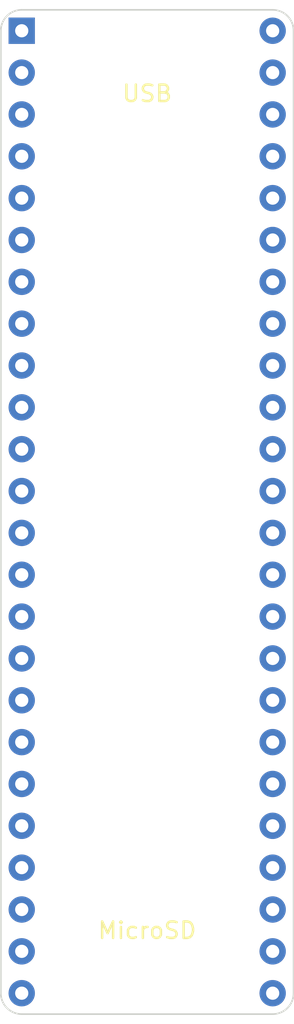
<source format=kicad_pcb>
(kicad_pcb (version 20211014) (generator pcbnew)
  (layers (0 "F.Cu" signal) (31 "B.Cu" signal) (34 "B.Paste" user) (35 "F.Paste" user) (36 "B.SilkS" user "B.Silkscreen") (37 "F.SilkS" user "F.Silkscreen") (38 "B.Mask" user) (39 "F.Mask" user) (44 "Edge.Cuts" user))
  (net 0 "")
  (footprint "KwanSystems:STANDOFF_NONPLATED" (layer "F.Cu") (at 138.43 134.62)
    (fp_text reference "J103" hide)
    (fp_text value "STANDOFF" hide)
    (fp_circle (center 0 0) (end 0.7112 0) (layer "F.SilkS") (width 1.4224) (fill none))
    (pad "" np_thru_hole circle locked (at 0 0) (size 3.302 3.302) (drill 3.302) (layers *.Cu *.Mask))
  )
  (footprint "KwanSystems:STANDOFF_NONPLATED" (layer "F.Cu") (at 138.43 78.74)
    (fp_text reference "J102" hide)
    (fp_text value "STANDOFF" hide)
    (fp_circle (center 0 0) (end 0.7112 0) (layer "F.SilkS") (width 1.4224) (fill none))
    (pad "" np_thru_hole circle locked (at 0 0) (size 3.302 3.302) (drill 3.302) (layers *.Cu *.Mask))
  )
  (footprint "Package_DIP:DIP-48_W15.24mm" (layer "F.Cu") (at 130.81 77.47)
    (fp_text reference "J101" hide)
    (fp_text value "Teensy4.1" hide)
    (fp_text user "USB" (at 7.62 3.81 unlocked) (layer "F.SilkS"))
    (fp_text user "MicroSD" (at 7.62 54.61 unlocked) (layer "F.SilkS"))
    (pad "1" thru_hole rect (at 0 0) (size 1.6 1.6) (drill 0.8) (layers *.Cu *.Mask))
    (pad "2" thru_hole oval (at 0 2.54) (size 1.6 1.6) (drill 0.8) (layers *.Cu *.Mask))
    (pad "3" thru_hole oval (at 0 5.08) (size 1.6 1.6) (drill 0.8) (layers *.Cu *.Mask))
    (pad "4" thru_hole oval (at 0 7.62) (size 1.6 1.6) (drill 0.8) (layers *.Cu *.Mask))
    (pad "5" thru_hole oval (at 0 10.16) (size 1.6 1.6) (drill 0.8) (layers *.Cu *.Mask))
    (pad "6" thru_hole oval (at 0 12.7) (size 1.6 1.6) (drill 0.8) (layers *.Cu *.Mask))
    (pad "7" thru_hole oval (at 0 15.24) (size 1.6 1.6) (drill 0.8) (layers *.Cu *.Mask))
    (pad "8" thru_hole oval (at 0 17.78) (size 1.6 1.6) (drill 0.8) (layers *.Cu *.Mask))
    (pad "9" thru_hole oval (at 0 20.32) (size 1.6 1.6) (drill 0.8) (layers *.Cu *.Mask))
    (pad "10" thru_hole oval (at 0 22.86) (size 1.6 1.6) (drill 0.8) (layers *.Cu *.Mask))
    (pad "11" thru_hole oval (at 0 25.4) (size 1.6 1.6) (drill 0.8) (layers *.Cu *.Mask))
    (pad "12" thru_hole oval (at 0 27.94) (size 1.6 1.6) (drill 0.8) (layers *.Cu *.Mask))
    (pad "13" thru_hole oval (at 0 30.48) (size 1.6 1.6) (drill 0.8) (layers *.Cu *.Mask))
    (pad "14" thru_hole oval (at 0 33.02) (size 1.6 1.6) (drill 0.8) (layers *.Cu *.Mask))
    (pad "15" thru_hole oval (at 0 35.56) (size 1.6 1.6) (drill 0.8) (layers *.Cu *.Mask))
    (pad "16" thru_hole oval (at 0 38.1) (size 1.6 1.6) (drill 0.8) (layers *.Cu *.Mask))
    (pad "17" thru_hole oval (at 0 40.64) (size 1.6 1.6) (drill 0.8) (layers *.Cu *.Mask))
    (pad "18" thru_hole oval (at 0 43.18) (size 1.6 1.6) (drill 0.8) (layers *.Cu *.Mask))
    (pad "19" thru_hole oval (at 0 45.72) (size 1.6 1.6) (drill 0.8) (layers *.Cu *.Mask))
    (pad "20" thru_hole oval (at 0 48.26) (size 1.6 1.6) (drill 0.8) (layers *.Cu *.Mask))
    (pad "21" thru_hole oval (at 0 50.8) (size 1.6 1.6) (drill 0.8) (layers *.Cu *.Mask))
    (pad "22" thru_hole oval (at 0 53.34) (size 1.6 1.6) (drill 0.8) (layers *.Cu *.Mask))
    (pad "23" thru_hole oval (at 0 55.88) (size 1.6 1.6) (drill 0.8) (layers *.Cu *.Mask))
    (pad "24" thru_hole oval (at 0 58.42) (size 1.6 1.6) (drill 0.8) (layers *.Cu *.Mask))
    (pad "25" thru_hole oval (at 15.24 58.42) (size 1.6 1.6) (drill 0.8) (layers *.Cu *.Mask))
    (pad "26" thru_hole oval (at 15.24 55.88) (size 1.6 1.6) (drill 0.8) (layers *.Cu *.Mask))
    (pad "27" thru_hole oval (at 15.24 53.34) (size 1.6 1.6) (drill 0.8) (layers *.Cu *.Mask))
    (pad "28" thru_hole oval (at 15.24 50.8) (size 1.6 1.6) (drill 0.8) (layers *.Cu *.Mask))
    (pad "29" thru_hole oval (at 15.24 48.26) (size 1.6 1.6) (drill 0.8) (layers *.Cu *.Mask))
    (pad "30" thru_hole oval (at 15.24 45.72) (size 1.6 1.6) (drill 0.8) (layers *.Cu *.Mask))
    (pad "31" thru_hole oval (at 15.24 43.18) (size 1.6 1.6) (drill 0.8) (layers *.Cu *.Mask))
    (pad "32" thru_hole oval (at 15.24 40.64) (size 1.6 1.6) (drill 0.8) (layers *.Cu *.Mask))
    (pad "33" thru_hole oval (at 15.24 38.1) (size 1.6 1.6) (drill 0.8) (layers *.Cu *.Mask))
    (pad "34" thru_hole oval (at 15.24 35.56) (size 1.6 1.6) (drill 0.8) (layers *.Cu *.Mask))
    (pad "35" thru_hole oval (at 15.24 33.02) (size 1.6 1.6) (drill 0.8) (layers *.Cu *.Mask))
    (pad "36" thru_hole oval (at 15.24 30.48) (size 1.6 1.6) (drill 0.8) (layers *.Cu *.Mask))
    (pad "37" thru_hole oval (at 15.24 27.94) (size 1.6 1.6) (drill 0.8) (layers *.Cu *.Mask))
    (pad "38" thru_hole oval (at 15.24 25.4) (size 1.6 1.6) (drill 0.8) (layers *.Cu *.Mask))
    (pad "39" thru_hole oval (at 15.24 22.86) (size 1.6 1.6) (drill 0.8) (layers *.Cu *.Mask))
    (pad "40" thru_hole oval (at 15.24 20.32) (size 1.6 1.6) (drill 0.8) (layers *.Cu *.Mask))
    (pad "41" thru_hole oval (at 15.24 17.78) (size 1.6 1.6) (drill 0.8) (layers *.Cu *.Mask))
    (pad "42" thru_hole oval (at 15.24 15.24) (size 1.6 1.6) (drill 0.8) (layers *.Cu *.Mask))
    (pad "43" thru_hole oval (at 15.24 12.7) (size 1.6 1.6) (drill 0.8) (layers *.Cu *.Mask))
    (pad "44" thru_hole oval (at 15.24 10.16) (size 1.6 1.6) (drill 0.8) (layers *.Cu *.Mask))
    (pad "45" thru_hole oval (at 15.24 7.62) (size 1.6 1.6) (drill 0.8) (layers *.Cu *.Mask))
    (pad "46" thru_hole oval (at 15.24 5.08) (size 1.6 1.6) (drill 0.8) (layers *.Cu *.Mask))
    (pad "47" thru_hole oval (at 15.24 2.54) (size 1.6 1.6) (drill 0.8) (layers *.Cu *.Mask))
    (pad "48" thru_hole oval (at 15.24 0) (size 1.6 1.6) (drill 0.8) (layers *.Cu *.Mask))
  )
  (gr_arc (start 129.54 77.47) (mid 129.911974 76.571974) (end 130.81 76.2) (layer "Edge.Cuts") (width 0.1))
  (gr_line (start 129.54 135.89) (end 129.54 77.47) (layer "Edge.Cuts") (width 0.1))
  (gr_arc (start 130.81 137.16) (mid 129.911974 136.788026) (end 129.54 135.89) (layer "Edge.Cuts") (width 0.1))
  (gr_arc (start 146.05 76.2) (mid 146.948026 76.571974) (end 147.32 77.47) (layer "Edge.Cuts") (width 0.1))
  (gr_arc (start 147.32 135.89) (mid 146.948026 136.788026) (end 146.05 137.16) (layer "Edge.Cuts") (width 0.1))
  (gr_line (start 147.32 77.47) (end 147.32 135.89) (layer "Edge.Cuts") (width 0.1))
  (gr_line (start 130.81 76.2) (end 146.05 76.2) (layer "Edge.Cuts") (width 0.1))
  (gr_line (start 146.05 137.16) (end 130.81 137.16) (layer "Edge.Cuts") (width 0.1))
)
</source>
